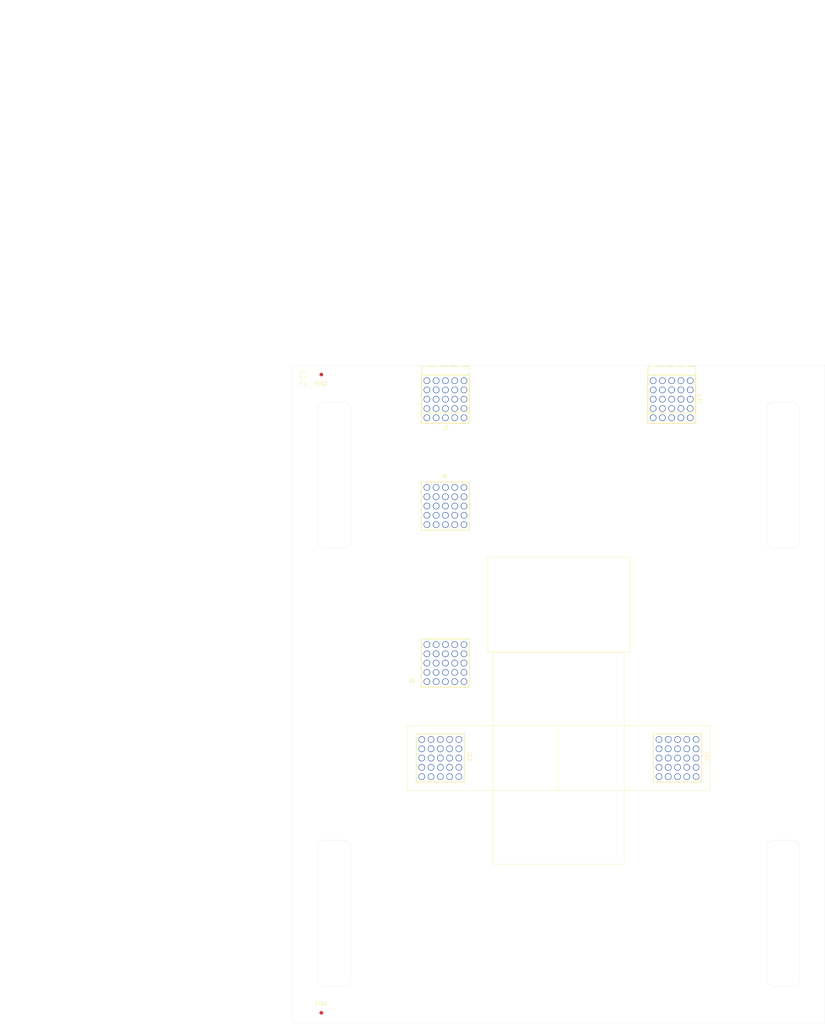
<source format=kicad_pcb>
(kicad_pcb (version 20241229) (generator "pcbnew") (generator_version "9.0")
  (layers (0 "F.Cu" signal) (2 "B.Cu" signal) (13 "F.Paste" user) (15 "B.Paste" user) (5 "F.SilkS" user "F.Silkscreen") (7 "B.SilkS" user "B.Silkscreen") (1 "F.Mask" user) (3 "B.Mask" user) (25 "Edge.Cuts" user))
  (net 0 "")
  (net 1 "/BAT+_IN")
  (net 2 "/BAT+_SI")
  (net 3 "/BAT+_OUT")
  (footprint "Fiducial:Fiducial_1mm_Mask3mm" (layer "F.Cu") (at 108 297.25)
    (property "Reference" "FID1" (at 0 -2.54 0) (layer "F.SilkS"))
    (property "Value" "Fiducial")
    (pad "" smd circle (at 0 0) (size 1 1) (layers "F.Cu" "F.Mask") (clearance 1))
  )
  (footprint "myWürthSHFU:WP-SHFU_7461098_HAL_gewinkelt" (layer "F.Cu") (at 204 129.25)
    (property "Reference" "J17" (at 8.25 0 90) (layer "F.SilkS") (effects (justify bottom)))
    (property "Value" "Würth RedCube M6, gewinkelt")
    (fp_line (start -6.6 -6.6) (end 6.6 -6.6) (stroke (width 0.2)) (layer "F.SilkS"))
    (fp_line (start -6.6 6.6) (end -6.6 -6.6) (stroke (width 0.2)) (layer "F.SilkS"))
    (fp_line (start -6.5 -9) (end -6.5 3.75) (stroke (width 0.2) (type dash)) (layer "F.SilkS"))
    (fp_line (start -6.5 3.75) (end 6.5 3.75) (stroke (width 0.2) (type dash)) (layer "F.SilkS"))
    (fp_line (start 6.5 -9) (end -6.5 -9) (stroke (width 0.2) (type dash)) (layer "F.SilkS"))
    (fp_line (start 6.5 3.75) (end 6.5 -9) (stroke (width 0.2) (type dash)) (layer "F.SilkS"))
    (fp_line (start 6.6 -6.6) (end 6.6 6.6) (stroke (width 0.2)) (layer "F.SilkS"))
    (fp_line (start 6.6 6.6) (end -6.6 6.6) (stroke (width 0.2)) (layer "F.SilkS"))
    (pad "1" thru_hole circle (at -5.08 -5.08) (size 1.8 1.8) (drill 1.45) (layers "*.Cu" "*.Mask") (net 3 "/BAT+_OUT"))
    (pad "1" thru_hole circle (at -5.08 -2.54) (size 1.8 1.8) (drill 1.45) (layers "*.Cu" "*.Mask") (net 3 "/BAT+_OUT"))
    (pad "1" thru_hole circle (at -5.08 0) (size 1.8 1.8) (drill 1.45) (layers "*.Cu" "*.Mask") (net 3 "/BAT+_OUT"))
    (pad "1" thru_hole circle (at -5.08 2.54) (size 1.8 1.8) (drill 1.45) (layers "*.Cu" "*.Mask") (net 3 "/BAT+_OUT"))
    (pad "1" thru_hole circle (at -5.08 5.08) (size 1.8 1.8) (drill 1.45) (layers "*.Cu" "*.Mask") (net 3 "/BAT+_OUT"))
    (pad "1" thru_hole circle (at -2.54 -5.08) (size 1.8 1.8) (drill 1.45) (layers "*.Cu" "*.Mask") (net 3 "/BAT+_OUT"))
    (pad "1" thru_hole circle (at -2.54 -2.54) (size 1.8 1.8) (drill 1.45) (layers "*.Cu" "*.Mask") (net 3 "/BAT+_OUT"))
    (pad "1" thru_hole circle (at -2.54 0) (size 1.8 1.8) (drill 1.45) (layers "*.Cu" "*.Mask") (net 3 "/BAT+_OUT"))
    (pad "1" thru_hole circle (at -2.54 2.54) (size 1.8 1.8) (drill 1.45) (layers "*.Cu" "*.Mask") (net 3 "/BAT+_OUT"))
    (pad "1" thru_hole circle (at -2.54 5.08) (size 1.8 1.8) (drill 1.45) (layers "*.Cu" "*.Mask") (net 3 "/BAT+_OUT"))
    (pad "1" thru_hole circle (at 0 -5.08) (size 1.8 1.8) (drill 1.45) (layers "*.Cu" "*.Mask") (net 3 "/BAT+_OUT"))
    (pad "1" thru_hole circle (at 0 -2.54) (size 1.8 1.8) (drill 1.45) (layers "*.Cu" "*.Mask") (net 3 "/BAT+_OUT"))
    (pad "1" thru_hole circle (at 0 0) (size 1.8 1.8) (drill 1.45) (layers "*.Cu" "*.Mask") (net 3 "/BAT+_OUT"))
    (pad "1" thru_hole circle (at 0 2.54) (size 1.8 1.8) (drill 1.45) (layers "*.Cu" "*.Mask") (net 3 "/BAT+_OUT"))
    (pad "1" thru_hole circle (at 0 5.08) (size 1.8 1.8) (drill 1.45) (layers "*.Cu" "*.Mask") (net 3 "/BAT+_OUT"))
    (pad "1" thru_hole circle (at 2.54 -5.08) (size 1.8 1.8) (drill 1.45) (layers "*.Cu" "*.Mask") (net 3 "/BAT+_OUT"))
    (pad "1" thru_hole circle (at 2.54 -2.54) (size 1.8 1.8) (drill 1.45) (layers "*.Cu" "*.Mask") (net 3 "/BAT+_OUT"))
    (pad "1" thru_hole circle (at 2.54 0) (size 1.8 1.8) (drill 1.45) (layers "*.Cu" "*.Mask") (net 3 "/BAT+_OUT"))
    (pad "1" thru_hole circle (at 2.54 2.54) (size 1.8 1.8) (drill 1.45) (layers "*.Cu" "*.Mask") (net 3 "/BAT+_OUT"))
    (pad "1" thru_hole circle (at 2.54 5.08) (size 1.8 1.8) (drill 1.45) (layers "*.Cu" "*.Mask") (net 3 "/BAT+_OUT"))
    (pad "1" thru_hole circle (at 5.08 -5.08) (size 1.8 1.8) (drill 1.45) (layers "*.Cu" "*.Mask") (net 3 "/BAT+_OUT"))
    (pad "1" thru_hole circle (at 5.08 -2.54) (size 1.8 1.8) (drill 1.45) (layers "*.Cu" "*.Mask") (net 3 "/BAT+_OUT"))
    (pad "1" thru_hole circle (at 5.08 0) (size 1.8 1.8) (drill 1.45) (layers "*.Cu" "*.Mask") (net 3 "/BAT+_OUT"))
    (pad "1" thru_hole circle (at 5.08 2.54) (size 1.8 1.8) (drill 1.45) (layers "*.Cu" "*.Mask") (net 3 "/BAT+_OUT"))
    (pad "1" thru_hole circle (at 5.08 5.08) (size 1.8 1.8) (drill 1.45) (layers "*.Cu" "*.Mask") (net 3 "/BAT+_OUT"))
  )
  (footprint "myWürthSHFU:WP-SHFU_7461098_HAL" (layer "F.Cu") (at 142 158.5)
    (property "Reference" "J8" (at -0.5 -7.5 0) (layer "F.SilkS") (effects (justify bottom)))
    (property "Value" "Würth RedCube M6")
    (fp_line (start -6.6 -6.6) (end 6.6 -6.6) (stroke (width 0.2)) (layer "F.SilkS"))
    (fp_line (start -6.6 6.6) (end -6.6 -6.6) (stroke (width 0.2)) (layer "F.SilkS"))
    (fp_line (start 6.6 -6.6) (end 6.6 6.6) (stroke (width 0.2)) (layer "F.SilkS"))
    (fp_line (start 6.6 6.6) (end -6.6 6.6) (stroke (width 0.2)) (layer "F.SilkS"))
    (pad "1" thru_hole circle (at -5.08 -5.08) (size 1.8 1.8) (drill 1.45) (layers "*.Cu" "*.Mask") (net 1 "/BAT+_IN"))
    (pad "1" thru_hole circle (at -5.08 -2.54) (size 1.8 1.8) (drill 1.45) (layers "*.Cu" "*.Mask") (net 1 "/BAT+_IN"))
    (pad "1" thru_hole circle (at -5.08 0) (size 1.8 1.8) (drill 1.45) (layers "*.Cu" "*.Mask") (net 1 "/BAT+_IN"))
    (pad "1" thru_hole circle (at -5.08 2.54) (size 1.8 1.8) (drill 1.45) (layers "*.Cu" "*.Mask") (net 1 "/BAT+_IN"))
    (pad "1" thru_hole circle (at -5.08 5.08) (size 1.8 1.8) (drill 1.45) (layers "*.Cu" "*.Mask") (net 1 "/BAT+_IN"))
    (pad "1" thru_hole circle (at -2.54 -5.08) (size 1.8 1.8) (drill 1.45) (layers "*.Cu" "*.Mask") (net 1 "/BAT+_IN"))
    (pad "1" thru_hole circle (at -2.54 -2.54) (size 1.8 1.8) (drill 1.45) (layers "*.Cu" "*.Mask") (net 1 "/BAT+_IN"))
    (pad "1" thru_hole circle (at -2.54 0) (size 1.8 1.8) (drill 1.45) (layers "*.Cu" "*.Mask") (net 1 "/BAT+_IN"))
    (pad "1" thru_hole circle (at -2.54 2.54) (size 1.8 1.8) (drill 1.45) (layers "*.Cu" "*.Mask") (net 1 "/BAT+_IN"))
    (pad "1" thru_hole circle (at -2.54 5.08) (size 1.8 1.8) (drill 1.45) (layers "*.Cu" "*.Mask") (net 1 "/BAT+_IN"))
    (pad "1" thru_hole circle (at 0 -5.08) (size 1.8 1.8) (drill 1.45) (layers "*.Cu" "*.Mask") (net 1 "/BAT+_IN"))
    (pad "1" thru_hole circle (at 0 -2.54) (size 1.8 1.8) (drill 1.45) (layers "*.Cu" "*.Mask") (net 1 "/BAT+_IN"))
    (pad "1" thru_hole circle (at 0 0) (size 1.8 1.8) (drill 1.45) (layers "*.Cu" "*.Mask") (net 1 "/BAT+_IN"))
    (pad "1" thru_hole circle (at 0 2.54) (size 1.8 1.8) (drill 1.45) (layers "*.Cu" "*.Mask") (net 1 "/BAT+_IN"))
    (pad "1" thru_hole circle (at 0 5.08) (size 1.8 1.8) (drill 1.45) (layers "*.Cu" "*.Mask") (net 1 "/BAT+_IN"))
    (pad "1" thru_hole circle (at 2.54 -5.08) (size 1.8 1.8) (drill 1.45) (layers "*.Cu" "*.Mask") (net 1 "/BAT+_IN"))
    (pad "1" thru_hole circle (at 2.54 -2.54) (size 1.8 1.8) (drill 1.45) (layers "*.Cu" "*.Mask") (net 1 "/BAT+_IN"))
    (pad "1" thru_hole circle (at 2.54 0) (size 1.8 1.8) (drill 1.45) (layers "*.Cu" "*.Mask") (net 1 "/BAT+_IN"))
    (pad "1" thru_hole circle (at 2.54 2.54) (size 1.8 1.8) (drill 1.45) (layers "*.Cu" "*.Mask") (net 1 "/BAT+_IN"))
    (pad "1" thru_hole circle (at 2.54 5.08) (size 1.8 1.8) (drill 1.45) (layers "*.Cu" "*.Mask") (net 1 "/BAT+_IN"))
    (pad "1" thru_hole circle (at 5.08 -5.08) (size 1.8 1.8) (drill 1.45) (layers "*.Cu" "*.Mask") (net 1 "/BAT+_IN"))
    (pad "1" thru_hole circle (at 5.08 -2.54) (size 1.8 1.8) (drill 1.45) (layers "*.Cu" "*.Mask") (net 1 "/BAT+_IN"))
    (pad "1" thru_hole circle (at 5.08 0) (size 1.8 1.8) (drill 1.45) (layers "*.Cu" "*.Mask") (net 1 "/BAT+_IN"))
    (pad "1" thru_hole circle (at 5.08 2.54) (size 1.8 1.8) (drill 1.45) (layers "*.Cu" "*.Mask") (net 1 "/BAT+_IN"))
    (pad "1" thru_hole circle (at 5.08 5.08) (size 1.8 1.8) (drill 1.45) (layers "*.Cu" "*.Mask") (net 1 "/BAT+_IN"))
  )
  (footprint "Fiducial:Fiducial_1mm_Mask3mm" (layer "F.Cu") (at 108 122.5)
    (property "Reference" "FID2" (at 0 2.5 0) (layer "F.SilkS"))
    (property "Value" "Fiducial")
    (pad "" smd circle (at 0 0) (size 1 1) (layers "F.Cu" "F.Mask") (clearance 1))
  )
  (footprint "myWürthSHFU:WP-SHFU_7461098_HAL" (layer "F.Cu") (at 140.6 227.5 -90)
    (property "Reference" "J13" (at -0.5 -7.5 270) (layer "F.SilkS") (effects (justify bottom)))
    (property "Value" "Würth RedCube M8")
    (fp_line (start -6.6 6.6) (end -6.6 -6.6) (stroke (width 0.2)) (layer "F.SilkS"))
    (fp_line (start 6.6 6.6) (end -6.6 6.6) (stroke (width 0.2)) (layer "F.SilkS"))
    (fp_line (start -6.6 -6.6) (end 6.6 -6.6) (stroke (width 0.2)) (layer "F.SilkS"))
    (fp_line (start 6.6 -6.6) (end 6.6 6.6) (stroke (width 0.2)) (layer "F.SilkS"))
    (pad "1" thru_hole circle (at -5.08 -5.08 270) (size 1.8 1.8) (drill 1.45) (layers "*.Cu" "*.Mask") (net 2 "/BAT+_SI"))
    (pad "1" thru_hole circle (at -5.08 -2.54 270) (size 1.8 1.8) (drill 1.45) (layers "*.Cu" "*.Mask") (net 2 "/BAT+_SI"))
    (pad "1" thru_hole circle (at -5.08 0 270) (size 1.8 1.8) (drill 1.45) (layers "*.Cu" "*.Mask") (net 2 "/BAT+_SI"))
    (pad "1" thru_hole circle (at -5.08 2.54 270) (size 1.8 1.8) (drill 1.45) (layers "*.Cu" "*.Mask") (net 2 "/BAT+_SI"))
    (pad "1" thru_hole circle (at -5.08 5.08 270) (size 1.8 1.8) (drill 1.45) (layers "*.Cu" "*.Mask") (net 2 "/BAT+_SI"))
    (pad "1" thru_hole circle (at -2.54 -5.08 270) (size 1.8 1.8) (drill 1.45) (layers "*.Cu" "*.Mask") (net 2 "/BAT+_SI"))
    (pad "1" thru_hole circle (at -2.54 -2.54 270) (size 1.8 1.8) (drill 1.45) (layers "*.Cu" "*.Mask") (net 2 "/BAT+_SI"))
    (pad "1" thru_hole circle (at -2.54 0 270) (size 1.8 1.8) (drill 1.45) (layers "*.Cu" "*.Mask") (net 2 "/BAT+_SI"))
    (pad "1" thru_hole circle (at -2.54 2.54 270) (size 1.8 1.8) (drill 1.45) (layers "*.Cu" "*.Mask") (net 2 "/BAT+_SI"))
    (pad "1" thru_hole circle (at -2.54 5.08 270) (size 1.8 1.8) (drill 1.45) (layers "*.Cu" "*.Mask") (net 2 "/BAT+_SI"))
    (pad "1" thru_hole circle (at 0 -5.08 270) (size 1.8 1.8) (drill 1.45) (layers "*.Cu" "*.Mask") (net 2 "/BAT+_SI"))
    (pad "1" thru_hole circle (at 0 -2.54 270) (size 1.8 1.8) (drill 1.45) (layers "*.Cu" "*.Mask") (net 2 "/BAT+_SI"))
    (pad "1" thru_hole circle (at 0 0 270) (size 1.8 1.8) (drill 1.45) (layers "*.Cu" "*.Mask") (net 2 "/BAT+_SI"))
    (pad "1" thru_hole circle (at 0 2.54 270) (size 1.8 1.8) (drill 1.45) (layers "*.Cu" "*.Mask") (net 2 "/BAT+_SI"))
    (pad "1" thru_hole circle (at 0 5.08 270) (size 1.8 1.8) (drill 1.45) (layers "*.Cu" "*.Mask") (net 2 "/BAT+_SI"))
    (pad "1" thru_hole circle (at 2.54 -5.08 270) (size 1.8 1.8) (drill 1.45) (layers "*.Cu" "*.Mask") (net 2 "/BAT+_SI"))
    (pad "1" thru_hole circle (at 2.54 -2.54 270) (size 1.8 1.8) (drill 1.45) (layers "*.Cu" "*.Mask") (net 2 "/BAT+_SI"))
    (pad "1" thru_hole circle (at 2.54 0 270) (size 1.8 1.8) (drill 1.45) (layers "*.Cu" "*.Mask") (net 2 "/BAT+_SI"))
    (pad "1" thru_hole circle (at 2.54 2.54 270) (size 1.8 1.8) (drill 1.45) (layers "*.Cu" "*.Mask") (net 2 "/BAT+_SI"))
    (pad "1" thru_hole circle (at 2.54 5.08 270) (size 1.8 1.8) (drill 1.45) (layers "*.Cu" "*.Mask") (net 2 "/BAT+_SI"))
    (pad "1" thru_hole circle (at 5.08 -5.08 270) (size 1.8 1.8) (drill 1.45) (layers "*.Cu" "*.Mask") (net 2 "/BAT+_SI"))
    (pad "1" thru_hole circle (at 5.08 -2.54 270) (size 1.8 1.8) (drill 1.45) (layers "*.Cu" "*.Mask") (net 2 "/BAT+_SI"))
    (pad "1" thru_hole circle (at 5.08 0 270) (size 1.8 1.8) (drill 1.45) (layers "*.Cu" "*.Mask") (net 2 "/BAT+_SI"))
    (pad "1" thru_hole circle (at 5.08 2.54 270) (size 1.8 1.8) (drill 1.45) (layers "*.Cu" "*.Mask") (net 2 "/BAT+_SI"))
    (pad "1" thru_hole circle (at 5.08 5.08 270) (size 1.8 1.8) (drill 1.45) (layers "*.Cu" "*.Mask") (net 2 "/BAT+_SI"))
  )
  (footprint "myWürthSHFU:WP-SHFU_7461098_HAL" (layer "F.Cu") (at 142 201.5)
    (property "Reference" "J9" (at -9.25 5.5 0) (layer "F.SilkS") (effects (justify bottom)))
    (property "Value" "Würth RedCube M6")
    (fp_line (start -6.6 -6.6) (end 6.6 -6.6) (stroke (width 0.2)) (layer "F.SilkS"))
    (fp_line (start -6.6 6.6) (end -6.6 -6.6) (stroke (width 0.2)) (layer "F.SilkS"))
    (fp_line (start 6.6 -6.6) (end 6.6 6.6) (stroke (width 0.2)) (layer "F.SilkS"))
    (fp_line (start 6.6 6.6) (end -6.6 6.6) (stroke (width 0.2)) (layer "F.SilkS"))
    (pad "1" thru_hole circle (at -5.08 -5.08) (size 1.8 1.8) (drill 1.45) (layers "*.Cu" "*.Mask") (net 2 "/BAT+_SI"))
    (pad "1" thru_hole circle (at -5.08 -2.54) (size 1.8 1.8) (drill 1.45) (layers "*.Cu" "*.Mask") (net 2 "/BAT+_SI"))
    (pad "1" thru_hole circle (at -5.08 0) (size 1.8 1.8) (drill 1.45) (layers "*.Cu" "*.Mask") (net 2 "/BAT+_SI"))
    (pad "1" thru_hole circle (at -5.08 2.54) (size 1.8 1.8) (drill 1.45) (layers "*.Cu" "*.Mask") (net 2 "/BAT+_SI"))
    (pad "1" thru_hole circle (at -5.08 5.08) (size 1.8 1.8) (drill 1.45) (layers "*.Cu" "*.Mask") (net 2 "/BAT+_SI"))
    (pad "1" thru_hole circle (at -2.54 -5.08) (size 1.8 1.8) (drill 1.45) (layers "*.Cu" "*.Mask") (net 2 "/BAT+_SI"))
    (pad "1" thru_hole circle (at -2.54 -2.54) (size 1.8 1.8) (drill 1.45) (layers "*.Cu" "*.Mask") (net 2 "/BAT+_SI"))
    (pad "1" thru_hole circle (at -2.54 0) (size 1.8 1.8) (drill 1.45) (layers "*.Cu" "*.Mask") (net 2 "/BAT+_SI"))
    (pad "1" thru_hole circle (at -2.54 2.54) (size 1.8 1.8) (drill 1.45) (layers "*.Cu" "*.Mask") (net 2 "/BAT+_SI"))
    (pad "1" thru_hole circle (at -2.54 5.08) (size 1.8 1.8) (drill 1.45) (layers "*.Cu" "*.Mask") (net 2 "/BAT+_SI"))
    (pad "1" thru_hole circle (at 0 -5.08) (size 1.8 1.8) (drill 1.45) (layers "*.Cu" "*.Mask") (net 2 "/BAT+_SI"))
    (pad "1" thru_hole circle (at 0 -2.54) (size 1.8 1.8) (drill 1.45) (layers "*.Cu" "*.Mask") (net 2 "/BAT+_SI"))
    (pad "1" thru_hole circle (at 0 0) (size 1.8 1.8) (drill 1.45) (layers "*.Cu" "*.Mask") (net 2 "/BAT+_SI"))
    (pad "1" thru_hole circle (at 0 2.54) (size 1.8 1.8) (drill 1.45) (layers "*.Cu" "*.Mask") (net 2 "/BAT+_SI"))
    (pad "1" thru_hole circle (at 0 5.08) (size 1.8 1.8) (drill 1.45) (layers "*.Cu" "*.Mask") (net 2 "/BAT+_SI"))
    (pad "1" thru_hole circle (at 2.54 -5.08) (size 1.8 1.8) (drill 1.45) (layers "*.Cu" "*.Mask") (net 2 "/BAT+_SI"))
    (pad "1" thru_hole circle (at 2.54 -2.54) (size 1.8 1.8) (drill 1.45) (layers "*.Cu" "*.Mask") (net 2 "/BAT+_SI"))
    (pad "1" thru_hole circle (at 2.54 0) (size 1.8 1.8) (drill 1.45) (layers "*.Cu" "*.Mask") (net 2 "/BAT+_SI"))
    (pad "1" thru_hole circle (at 2.54 2.54) (size 1.8 1.8) (drill 1.45) (layers "*.Cu" "*.Mask") (net 2 "/BAT+_SI"))
    (pad "1" thru_hole circle (at 2.54 5.08) (size 1.8 1.8) (drill 1.45) (layers "*.Cu" "*.Mask") (net 2 "/BAT+_SI"))
    (pad "1" thru_hole circle (at 5.08 -5.08) (size 1.8 1.8) (drill 1.45) (layers "*.Cu" "*.Mask") (net 2 "/BAT+_SI"))
    (pad "1" thru_hole circle (at 5.08 -2.54) (size 1.8 1.8) (drill 1.45) (layers "*.Cu" "*.Mask") (net 2 "/BAT+_SI"))
    (pad "1" thru_hole circle (at 5.08 0) (size 1.8 1.8) (drill 1.45) (layers "*.Cu" "*.Mask") (net 2 "/BAT+_SI"))
    (pad "1" thru_hole circle (at 5.08 2.54) (size 1.8 1.8) (drill 1.45) (layers "*.Cu" "*.Mask") (net 2 "/BAT+_SI"))
    (pad "1" thru_hole circle (at 5.08 5.08) (size 1.8 1.8) (drill 1.45) (layers "*.Cu" "*.Mask") (net 2 "/BAT+_SI"))
  )
  (footprint "myWürthSHFU:WP-SHFU_7461098_HAL" (layer "F.Cu") (at 205.6 227.5 -90)
    (property "Reference" "J14" (at -0.5 -7.5 270) (layer "F.SilkS") (effects (justify bottom)))
    (property "Value" "Würth RedCube M8")
    (fp_line (start -6.6 6.6) (end -6.6 -6.6) (stroke (width 0.2)) (layer "F.SilkS"))
    (fp_line (start 6.6 6.6) (end -6.6 6.6) (stroke (width 0.2)) (layer "F.SilkS"))
    (fp_line (start -6.6 -6.6) (end 6.6 -6.6) (stroke (width 0.2)) (layer "F.SilkS"))
    (fp_line (start 6.6 -6.6) (end 6.6 6.6) (stroke (width 0.2)) (layer "F.SilkS"))
    (pad "1" thru_hole circle (at -5.08 -5.08 270) (size 1.8 1.8) (drill 1.45) (layers "*.Cu" "*.Mask") (net 3 "/BAT+_OUT"))
    (pad "1" thru_hole circle (at -5.08 -2.54 270) (size 1.8 1.8) (drill 1.45) (layers "*.Cu" "*.Mask") (net 3 "/BAT+_OUT"))
    (pad "1" thru_hole circle (at -5.08 0 270) (size 1.8 1.8) (drill 1.45) (layers "*.Cu" "*.Mask") (net 3 "/BAT+_OUT"))
    (pad "1" thru_hole circle (at -5.08 2.54 270) (size 1.8 1.8) (drill 1.45) (layers "*.Cu" "*.Mask") (net 3 "/BAT+_OUT"))
    (pad "1" thru_hole circle (at -5.08 5.08 270) (size 1.8 1.8) (drill 1.45) (layers "*.Cu" "*.Mask") (net 3 "/BAT+_OUT"))
    (pad "1" thru_hole circle (at -2.54 -5.08 270) (size 1.8 1.8) (drill 1.45) (layers "*.Cu" "*.Mask") (net 3 "/BAT+_OUT"))
    (pad "1" thru_hole circle (at -2.54 -2.54 270) (size 1.8 1.8) (drill 1.45) (layers "*.Cu" "*.Mask") (net 3 "/BAT+_OUT"))
    (pad "1" thru_hole circle (at -2.54 0 270) (size 1.8 1.8) (drill 1.45) (layers "*.Cu" "*.Mask") (net 3 "/BAT+_OUT"))
    (pad "1" thru_hole circle (at -2.54 2.54 270) (size 1.8 1.8) (drill 1.45) (layers "*.Cu" "*.Mask") (net 3 "/BAT+_OUT"))
    (pad "1" thru_hole circle (at -2.54 5.08 270) (size 1.8 1.8) (drill 1.45) (layers "*.Cu" "*.Mask") (net 3 "/BAT+_OUT"))
    (pad "1" thru_hole circle (at 0 -5.08 270) (size 1.8 1.8) (drill 1.45) (layers "*.Cu" "*.Mask") (net 3 "/BAT+_OUT"))
    (pad "1" thru_hole circle (at 0 -2.54 270) (size 1.8 1.8) (drill 1.45) (layers "*.Cu" "*.Mask") (net 3 "/BAT+_OUT"))
    (pad "1" thru_hole circle (at 0 0 270) (size 1.8 1.8) (drill 1.45) (layers "*.Cu" "*.Mask") (net 3 "/BAT+_OUT"))
    (pad "1" thru_hole circle (at 0 2.54 270) (size 1.8 1.8) (drill 1.45) (layers "*.Cu" "*.Mask") (net 3 "/BAT+_OUT"))
    (pad "1" thru_hole circle (at 0 5.08 270) (size 1.8 1.8) (drill 1.45) (layers "*.Cu" "*.Mask") (net 3 "/BAT+_OUT"))
    (pad "1" thru_hole circle (at 2.54 -5.08 270) (size 1.8 1.8) (drill 1.45) (layers "*.Cu" "*.Mask") (net 3 "/BAT+_OUT"))
    (pad "1" thru_hole circle (at 2.54 -2.54 270) (size 1.8 1.8) (drill 1.45) (layers "*.Cu" "*.Mask") (net 3 "/BAT+_OUT"))
    (pad "1" thru_hole circle (at 2.54 0 270) (size 1.8 1.8) (drill 1.45) (layers "*.Cu" "*.Mask") (net 3 "/BAT+_OUT"))
    (pad "1" thru_hole circle (at 2.54 2.54 270) (size 1.8 1.8) (drill 1.45) (layers "*.Cu" "*.Mask") (net 3 "/BAT+_OUT"))
    (pad "1" thru_hole circle (at 2.54 5.08 270) (size 1.8 1.8) (drill 1.45) (layers "*.Cu" "*.Mask") (net 3 "/BAT+_OUT"))
    (pad "1" thru_hole circle (at 5.08 -5.08 270) (size 1.8 1.8) (drill 1.45) (layers "*.Cu" "*.Mask") (net 3 "/BAT+_OUT"))
    (pad "1" thru_hole circle (at 5.08 -2.54 270) (size 1.8 1.8) (drill 1.45) (layers "*.Cu" "*.Mask") (net 3 "/BAT+_OUT"))
    (pad "1" thru_hole circle (at 5.08 0 270) (size 1.8 1.8) (drill 1.45) (layers "*.Cu" "*.Mask") (net 3 "/BAT+_OUT"))
    (pad "1" thru_hole circle (at 5.08 2.54 270) (size 1.8 1.8) (drill 1.45) (layers "*.Cu" "*.Mask") (net 3 "/BAT+_OUT"))
    (pad "1" thru_hole circle (at 5.08 5.08 270) (size 1.8 1.8) (drill 1.45) (layers "*.Cu" "*.Mask") (net 3 "/BAT+_OUT"))
  )
  (footprint "myWürthSHFU:WP-SHFU_7461098_HAL_gewinkelt" (layer "F.Cu") (at 142 129.25)
    (property "Reference" "J7" (at 0 8.5 0) (layer "F.SilkS") (effects (justify bottom)))
    (property "Value" "Würth RedCube M6, gewinkelt")
    (fp_line (start -6.6 -6.6) (end 6.6 -6.6) (stroke (width 0.2)) (layer "F.SilkS"))
    (fp_line (start -6.6 6.6) (end -6.6 -6.6) (stroke (width 0.2)) (layer "F.SilkS"))
    (fp_line (start -6.5 -9) (end -6.5 3.75) (stroke (width 0.2) (type dash)) (layer "F.SilkS"))
    (fp_line (start -6.5 3.75) (end 6.5 3.75) (stroke (width 0.2) (type dash)) (layer "F.SilkS"))
    (fp_line (start 6.5 -9) (end -6.5 -9) (stroke (width 0.2) (type dash)) (layer "F.SilkS"))
    (fp_line (start 6.5 3.75) (end 6.5 -9) (stroke (width 0.2) (type dash)) (layer "F.SilkS"))
    (fp_line (start 6.6 -6.6) (end 6.6 6.6) (stroke (width 0.2)) (layer "F.SilkS"))
    (fp_line (start 6.6 6.6) (end -6.6 6.6) (stroke (width 0.2)) (layer "F.SilkS"))
    (pad "1" thru_hole circle (at -5.08 -5.08) (size 1.8 1.8) (drill 1.45) (layers "*.Cu" "*.Mask") (net 1 "/BAT+_IN"))
    (pad "1" thru_hole circle (at -5.08 -2.54) (size 1.8 1.8) (drill 1.45) (layers "*.Cu" "*.Mask") (net 1 "/BAT+_IN"))
    (pad "1" thru_hole circle (at -5.08 0) (size 1.8 1.8) (drill 1.45) (layers "*.Cu" "*.Mask") (net 1 "/BAT+_IN"))
    (pad "1" thru_hole circle (at -5.08 2.54) (size 1.8 1.8) (drill 1.45) (layers "*.Cu" "*.Mask") (net 1 "/BAT+_IN"))
    (pad "1" thru_hole circle (at -5.08 5.08) (size 1.8 1.8) (drill 1.45) (layers "*.Cu" "*.Mask") (net 1 "/BAT+_IN"))
    (pad "1" thru_hole circle (at -2.54 -5.08) (size 1.8 1.8) (drill 1.45) (layers "*.Cu" "*.Mask") (net 1 "/BAT+_IN"))
    (pad "1" thru_hole circle (at -2.54 -2.54) (size 1.8 1.8) (drill 1.45) (layers "*.Cu" "*.Mask") (net 1 "/BAT+_IN"))
    (pad "1" thru_hole circle (at -2.54 0) (size 1.8 1.8) (drill 1.45) (layers "*.Cu" "*.Mask") (net 1 "/BAT+_IN"))
    (pad "1" thru_hole circle (at -2.54 2.54) (size 1.8 1.8) (drill 1.45) (layers "*.Cu" "*.Mask") (net 1 "/BAT+_IN"))
    (pad "1" thru_hole circle (at -2.54 5.08) (size 1.8 1.8) (drill 1.45) (layers "*.Cu" "*.Mask") (net 1 "/BAT+_IN"))
    (pad "1" thru_hole circle (at 0 -5.08) (size 1.8 1.8) (drill 1.45) (layers "*.Cu" "*.Mask") (net 1 "/BAT+_IN"))
    (pad "1" thru_hole circle (at 0 -2.54) (size 1.8 1.8) (drill 1.45) (layers "*.Cu" "*.Mask") (net 1 "/BAT+_IN"))
    (pad "1" thru_hole circle (at 0 0) (size 1.8 1.8) (drill 1.45) (layers "*.Cu" "*.Mask") (net 1 "/BAT+_IN"))
    (pad "1" thru_hole circle (at 0 2.54) (size 1.8 1.8) (drill 1.45) (layers "*.Cu" "*.Mask") (net 1 "/BAT+_IN"))
    (pad "1" thru_hole circle (at 0 5.08) (size 1.8 1.8) (drill 1.45) (layers "*.Cu" "*.Mask") (net 1 "/BAT+_IN"))
    (pad "1" thru_hole circle (at 2.54 -5.08) (size 1.8 1.8) (drill 1.45) (layers "*.Cu" "*.Mask") (net 1 "/BAT+_IN"))
    (pad "1" thru_hole circle (at 2.54 -2.54) (size 1.8 1.8) (drill 1.45) (layers "*.Cu" "*.Mask") (net 1 "/BAT+_IN"))
    (pad "1" thru_hole circle (at 2.54 0) (size 1.8 1.8) (drill 1.45) (layers "*.Cu" "*.Mask") (net 1 "/BAT+_IN"))
    (pad "1" thru_hole circle (at 2.54 2.54) (size 1.8 1.8) (drill 1.45) (layers "*.Cu" "*.Mask") (net 1 "/BAT+_IN"))
    (pad "1" thru_hole circle (at 2.54 5.08) (size 1.8 1.8) (drill 1.45) (layers "*.Cu" "*.Mask") (net 1 "/BAT+_IN"))
    (pad "1" thru_hole circle (at 5.08 -5.08) (size 1.8 1.8) (drill 1.45) (layers "*.Cu" "*.Mask") (net 1 "/BAT+_IN"))
    (pad "1" thru_hole circle (at 5.08 -2.54) (size 1.8 1.8) (drill 1.45) (layers "*.Cu" "*.Mask") (net 1 "/BAT+_IN"))
    (pad "1" thru_hole circle (at 5.08 0) (size 1.8 1.8) (drill 1.45) (layers "*.Cu" "*.Mask") (net 1 "/BAT+_IN"))
    (pad "1" thru_hole circle (at 5.08 2.54) (size 1.8 1.8) (drill 1.45) (layers "*.Cu" "*.Mask") (net 1 "/BAT+_IN"))
    (pad "1" thru_hole circle (at 5.08 5.08) (size 1.8 1.8) (drill 1.45) (layers "*.Cu" "*.Mask") (net 1 "/BAT+_IN"))
  )
  (footprint "myHoles:printer_mounting_holes_1mm" (layer "F.Cu") (at 103 122.5)
    (property "Reference" "H1" (at 0 2.5 0) (layer "F.SilkS") (effects (font (thickness 0.1))))
    (property "Value" "~")
    (fp_circle (center 0 0) (end 1 0) (stroke (width 0.1)) (fill no) (layer "F.SilkS"))
    (pad "" np_thru_hole circle (at 0 0) (size 1 1) (drill 1) (layers "*.Cu" "*.Mask"))
  )
  (gr_line (start 173 236.4) (end 173 218.6) (stroke (width 0.1)) (layer "F.SilkS"))
  (gr_rect (start 131.5 218.6) (end 214.5 236.4) (stroke (width 0.1)) (fill no) (layer "F.SilkS"))
  (gr_rect (start 155 198.6) (end 191 256.6) (stroke (width 0.1)) (fill no) (layer "F.SilkS"))
  (gr_rect (start 153.6 172.5) (end 192.6 198.5) (stroke (width 0.1)) (fill no) (layer "F.SilkS"))
  (gr_line (start 109 130) (end 114 130) (stroke (width 0.05)) (layer "Edge.Cuts"))
  (gr_line (start 107 168) (end 107 132) (stroke (width 0.05)) (layer "Edge.Cuts"))
  (gr_arc (start 239 288) (mid 238.414214 289.414214) (end 237 290) (stroke (width 0.05)) (layer "Edge.Cuts"))
  (gr_rect (start 100 120) (end 246 300) (stroke (width 0.05)) (fill no) (layer "Edge.Cuts"))
  (gr_line (start 114 170) (end 109 170) (stroke (width 0.05)) (layer "Edge.Cuts"))
  (gr_arc (start 237 250) (mid 238.414214 250.585786) (end 239 252) (stroke (width 0.05)) (layer "Edge.Cuts"))
  (gr_arc (start 114 250) (mid 115.414214 250.585786) (end 116 252) (stroke (width 0.05)) (layer "Edge.Cuts"))
  (gr_arc (start 109 290) (mid 107.585786 289.414214) (end 107 288) (stroke (width 0.05)) (layer "Edge.Cuts"))
  (gr_line (start 232 130) (end 237 130) (stroke (width 0.05)) (layer "Edge.Cuts"))
  (gr_arc (start 230 252) (mid 230.585786 250.585786) (end 232 250) (stroke (width 0.05)) (layer "Edge.Cuts"))
  (gr_arc (start 114 130) (mid 115.414214 130.585786) (end 116 132) (stroke (width 0.05)) (layer "Edge.Cuts"))
  (gr_line (start 239 132) (end 239 168) (stroke (width 0.05)) (layer "Edge.Cuts"))
  (gr_line (start 107 288) (end 107 252) (stroke (width 0.05)) (layer "Edge.Cuts"))
  (gr_line (start 230 168) (end 230 132) (stroke (width 0.05)) (layer "Edge.Cuts"))
  (gr_line (start 239 252) (end 239 288) (stroke (width 0.05)) (layer "Edge.Cuts"))
  (gr_arc (start 239 168) (mid 238.414214 169.414214) (end 237 170) (stroke (width 0.05)) (layer "Edge.Cuts"))
  (gr_line (start 237 170) (end 232 170) (stroke (width 0.05)) (layer "Edge.Cuts"))
  (gr_arc (start 232 290) (mid 230.585786 289.414214) (end 230 288) (stroke (width 0.05)) (layer "Edge.Cuts"))
  (gr_line (start 116 132) (end 116 168) (stroke (width 0.05)) (layer "Edge.Cuts"))
  (gr_arc (start 107 132) (mid 107.585786 130.585786) (end 109 130) (stroke (width 0.05)) (layer "Edge.Cuts"))
  (gr_arc (start 116 288) (mid 115.414214 289.414214) (end 114 290) (stroke (width 0.05)) (layer "Edge.Cuts"))
  (gr_line (start 232 250) (end 237 250) (stroke (width 0.05)) (layer "Edge.Cuts"))
  (gr_arc (start 232 170) (mid 230.585786 169.414214) (end 230 168) (stroke (width 0.05)) (layer "Edge.Cuts"))
  (gr_arc (start 107 252) (mid 107.585786 250.585786) (end 109 250) (stroke (width 0.05)) (layer "Edge.Cuts"))
  (gr_arc (start 230 132) (mid 230.585786 130.585786) (end 232 130) (stroke (width 0.05)) (layer "Edge.Cuts"))
  (gr_line (start 116 252) (end 116 288) (stroke (width 0.05)) (layer "Edge.Cuts"))
  (gr_arc (start 237 130) (mid 238.414214 130.585786) (end 239 132) (stroke (width 0.05)) (layer "Edge.Cuts"))
  (gr_arc (start 116 168) (mid 115.414214 169.414214) (end 114 170) (stroke (width 0.05)) (layer "Edge.Cuts"))
  (gr_line (start 109 250) (end 114 250) (stroke (width 0.05)) (layer "Edge.Cuts"))
  (gr_line (start 237 290) (end 232 290) (stroke (width 0.05)) (layer "Edge.Cuts"))
  (gr_arc (start 109 170) (mid 107.585786 169.414214) (end 107 168) (stroke (width 0.05)) (layer "Edge.Cuts"))
  (gr_line (start 230 288) (end 230 252) (stroke (width 0.05)) (layer "Edge.Cuts"))
  (gr_line (start 114 290) (end 109 290) (stroke (width 0.05)) (layer "Edge.Cuts"))
)
</source>
